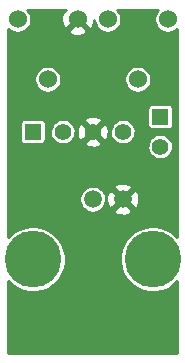
<source format=gbl>
G04 (created by PCBNEW (2013-jul-07)-stable) date Mon 27 Jan 2014 06:07:48 NZDT*
%MOIN*%
G04 Gerber Fmt 3.4, Leading zero omitted, Abs format*
%FSLAX34Y34*%
G01*
G70*
G90*
G04 APERTURE LIST*
%ADD10C,0.00590551*%
%ADD11C,0.188976*%
%ADD12C,0.0590551*%
%ADD13C,0.06*%
%ADD14R,0.055X0.055*%
%ADD15C,0.055*%
%ADD16C,0.01*%
G04 APERTURE END LIST*
G54D10*
G54D11*
X23000Y-14500D03*
X27000Y-14500D03*
G54D12*
X25000Y-12500D03*
X26000Y-12500D03*
G54D13*
X26500Y-8500D03*
X27500Y-6500D03*
X25500Y-6500D03*
X23500Y-8500D03*
X24500Y-6500D03*
X22500Y-6500D03*
G54D14*
X23000Y-10250D03*
G54D15*
X24000Y-10250D03*
X25000Y-10250D03*
X26000Y-10250D03*
G54D14*
X27250Y-9750D03*
G54D15*
X27250Y-10750D03*
G54D10*
G36*
X27820Y-17620D02*
X25445Y-17620D01*
X25445Y-12456D01*
X25428Y-12370D01*
X25395Y-12289D01*
X25346Y-12217D01*
X25291Y-12161D01*
X25291Y-10612D01*
X25000Y-10320D01*
X24929Y-10391D01*
X24929Y-10250D01*
X24637Y-9958D01*
X24545Y-9981D01*
X24502Y-10075D01*
X24477Y-10175D01*
X24473Y-10277D01*
X24488Y-10379D01*
X24523Y-10476D01*
X24545Y-10518D01*
X24637Y-10541D01*
X24929Y-10250D01*
X24929Y-10391D01*
X24708Y-10612D01*
X24731Y-10704D01*
X24825Y-10747D01*
X24925Y-10772D01*
X25027Y-10776D01*
X25129Y-10761D01*
X25226Y-10726D01*
X25268Y-10704D01*
X25291Y-10612D01*
X25291Y-12161D01*
X25285Y-12155D01*
X25212Y-12106D01*
X25132Y-12072D01*
X25046Y-12055D01*
X24959Y-12054D01*
X24873Y-12070D01*
X24792Y-12103D01*
X24719Y-12151D01*
X24657Y-12212D01*
X24607Y-12284D01*
X24573Y-12364D01*
X24555Y-12450D01*
X24554Y-12537D01*
X24569Y-12623D01*
X24602Y-12704D01*
X24649Y-12777D01*
X24710Y-12840D01*
X24781Y-12890D01*
X24861Y-12925D01*
X24947Y-12944D01*
X25034Y-12946D01*
X25120Y-12930D01*
X25201Y-12899D01*
X25275Y-12852D01*
X25338Y-12792D01*
X25389Y-12721D01*
X25424Y-12641D01*
X25443Y-12556D01*
X25445Y-12456D01*
X25445Y-17620D01*
X24425Y-17620D01*
X24425Y-10208D01*
X24408Y-10126D01*
X24377Y-10049D01*
X24330Y-9980D01*
X24272Y-9920D01*
X24203Y-9874D01*
X24126Y-9842D01*
X24044Y-9825D01*
X23961Y-9824D01*
X23950Y-9826D01*
X23950Y-8455D01*
X23932Y-8369D01*
X23899Y-8287D01*
X23850Y-8214D01*
X23788Y-8151D01*
X23715Y-8102D01*
X23633Y-8068D01*
X23547Y-8050D01*
X23459Y-8049D01*
X23372Y-8066D01*
X23290Y-8099D01*
X23216Y-8147D01*
X23153Y-8209D01*
X23103Y-8282D01*
X23068Y-8363D01*
X23050Y-8449D01*
X23049Y-8537D01*
X23065Y-8624D01*
X23097Y-8706D01*
X23145Y-8780D01*
X23206Y-8844D01*
X23279Y-8894D01*
X23360Y-8930D01*
X23446Y-8948D01*
X23534Y-8950D01*
X23621Y-8935D01*
X23703Y-8903D01*
X23778Y-8856D01*
X23842Y-8795D01*
X23893Y-8723D01*
X23929Y-8642D01*
X23948Y-8556D01*
X23950Y-8455D01*
X23950Y-9826D01*
X23879Y-9840D01*
X23802Y-9871D01*
X23732Y-9917D01*
X23672Y-9975D01*
X23625Y-10044D01*
X23592Y-10120D01*
X23575Y-10202D01*
X23574Y-10285D01*
X23589Y-10367D01*
X23620Y-10445D01*
X23665Y-10515D01*
X23723Y-10575D01*
X23791Y-10622D01*
X23868Y-10656D01*
X23949Y-10674D01*
X24032Y-10675D01*
X24114Y-10661D01*
X24192Y-10631D01*
X24262Y-10586D01*
X24323Y-10529D01*
X24371Y-10460D01*
X24405Y-10384D01*
X24423Y-10303D01*
X24425Y-10208D01*
X24425Y-17620D01*
X22179Y-17620D01*
X22179Y-15226D01*
X22286Y-15337D01*
X22463Y-15460D01*
X22660Y-15546D01*
X22869Y-15592D01*
X23084Y-15596D01*
X23295Y-15559D01*
X23496Y-15482D01*
X23677Y-15366D01*
X23832Y-15218D01*
X23956Y-15043D01*
X24043Y-14847D01*
X24091Y-14637D01*
X24094Y-14392D01*
X24053Y-14182D01*
X23971Y-13983D01*
X23852Y-13804D01*
X23701Y-13652D01*
X23523Y-13532D01*
X23425Y-13490D01*
X23425Y-10511D01*
X23425Y-9960D01*
X23419Y-9931D01*
X23408Y-9904D01*
X23391Y-9879D01*
X23371Y-9858D01*
X23346Y-9842D01*
X23319Y-9831D01*
X23290Y-9825D01*
X23261Y-9824D01*
X22710Y-9824D01*
X22681Y-9830D01*
X22654Y-9841D01*
X22629Y-9858D01*
X22608Y-9878D01*
X22592Y-9903D01*
X22581Y-9930D01*
X22575Y-9959D01*
X22574Y-9988D01*
X22574Y-10539D01*
X22580Y-10568D01*
X22591Y-10595D01*
X22608Y-10620D01*
X22628Y-10641D01*
X22653Y-10657D01*
X22680Y-10668D01*
X22709Y-10674D01*
X22738Y-10675D01*
X23289Y-10675D01*
X23318Y-10669D01*
X23345Y-10658D01*
X23370Y-10641D01*
X23391Y-10621D01*
X23407Y-10596D01*
X23418Y-10569D01*
X23424Y-10540D01*
X23425Y-10511D01*
X23425Y-13490D01*
X23325Y-13449D01*
X23115Y-13405D01*
X22900Y-13404D01*
X22689Y-13444D01*
X22490Y-13525D01*
X22310Y-13642D01*
X22179Y-13770D01*
X22179Y-6815D01*
X22206Y-6844D01*
X22279Y-6894D01*
X22360Y-6930D01*
X22446Y-6948D01*
X22534Y-6950D01*
X22621Y-6935D01*
X22703Y-6903D01*
X22778Y-6856D01*
X22842Y-6795D01*
X22893Y-6723D01*
X22929Y-6642D01*
X22948Y-6556D01*
X22950Y-6455D01*
X22932Y-6369D01*
X22899Y-6287D01*
X22850Y-6214D01*
X22815Y-6179D01*
X24108Y-6179D01*
X24119Y-6190D01*
X24025Y-6216D01*
X23979Y-6314D01*
X23953Y-6419D01*
X23947Y-6526D01*
X23963Y-6633D01*
X23999Y-6735D01*
X24025Y-6783D01*
X24119Y-6809D01*
X24429Y-6500D01*
X24423Y-6494D01*
X24494Y-6423D01*
X24500Y-6429D01*
X24505Y-6423D01*
X24576Y-6494D01*
X24570Y-6500D01*
X24880Y-6809D01*
X24974Y-6783D01*
X25020Y-6685D01*
X25046Y-6580D01*
X25049Y-6521D01*
X25049Y-6537D01*
X25065Y-6624D01*
X25097Y-6706D01*
X25145Y-6780D01*
X25206Y-6844D01*
X25279Y-6894D01*
X25360Y-6930D01*
X25446Y-6948D01*
X25534Y-6950D01*
X25621Y-6935D01*
X25703Y-6903D01*
X25778Y-6856D01*
X25842Y-6795D01*
X25893Y-6723D01*
X25929Y-6642D01*
X25948Y-6556D01*
X25950Y-6455D01*
X25932Y-6369D01*
X25899Y-6287D01*
X25850Y-6214D01*
X25815Y-6179D01*
X27184Y-6179D01*
X27153Y-6209D01*
X27103Y-6282D01*
X27068Y-6363D01*
X27050Y-6449D01*
X27049Y-6537D01*
X27065Y-6624D01*
X27097Y-6706D01*
X27145Y-6780D01*
X27206Y-6844D01*
X27279Y-6894D01*
X27360Y-6930D01*
X27446Y-6948D01*
X27534Y-6950D01*
X27621Y-6935D01*
X27703Y-6903D01*
X27778Y-6856D01*
X27820Y-6816D01*
X27820Y-13772D01*
X27701Y-13652D01*
X27675Y-13634D01*
X27675Y-10011D01*
X27675Y-9460D01*
X27669Y-9431D01*
X27658Y-9404D01*
X27641Y-9379D01*
X27621Y-9358D01*
X27596Y-9342D01*
X27569Y-9331D01*
X27540Y-9325D01*
X27511Y-9324D01*
X26960Y-9324D01*
X26950Y-9327D01*
X26950Y-8455D01*
X26932Y-8369D01*
X26899Y-8287D01*
X26850Y-8214D01*
X26788Y-8151D01*
X26715Y-8102D01*
X26633Y-8068D01*
X26547Y-8050D01*
X26459Y-8049D01*
X26372Y-8066D01*
X26290Y-8099D01*
X26216Y-8147D01*
X26153Y-8209D01*
X26103Y-8282D01*
X26068Y-8363D01*
X26050Y-8449D01*
X26049Y-8537D01*
X26065Y-8624D01*
X26097Y-8706D01*
X26145Y-8780D01*
X26206Y-8844D01*
X26279Y-8894D01*
X26360Y-8930D01*
X26446Y-8948D01*
X26534Y-8950D01*
X26621Y-8935D01*
X26703Y-8903D01*
X26778Y-8856D01*
X26842Y-8795D01*
X26893Y-8723D01*
X26929Y-8642D01*
X26948Y-8556D01*
X26950Y-8455D01*
X26950Y-9327D01*
X26931Y-9330D01*
X26904Y-9341D01*
X26879Y-9358D01*
X26858Y-9378D01*
X26842Y-9403D01*
X26831Y-9430D01*
X26825Y-9459D01*
X26824Y-9488D01*
X26824Y-10039D01*
X26830Y-10068D01*
X26841Y-10095D01*
X26858Y-10120D01*
X26878Y-10141D01*
X26903Y-10157D01*
X26930Y-10168D01*
X26959Y-10174D01*
X26988Y-10175D01*
X27539Y-10175D01*
X27568Y-10169D01*
X27595Y-10158D01*
X27620Y-10141D01*
X27641Y-10121D01*
X27657Y-10096D01*
X27668Y-10069D01*
X27674Y-10040D01*
X27675Y-10011D01*
X27675Y-13634D01*
X27675Y-13634D01*
X27675Y-10708D01*
X27658Y-10626D01*
X27627Y-10549D01*
X27580Y-10480D01*
X27522Y-10420D01*
X27453Y-10374D01*
X27376Y-10342D01*
X27294Y-10325D01*
X27211Y-10324D01*
X27129Y-10340D01*
X27052Y-10371D01*
X26982Y-10417D01*
X26922Y-10475D01*
X26875Y-10544D01*
X26842Y-10620D01*
X26825Y-10702D01*
X26824Y-10785D01*
X26839Y-10867D01*
X26870Y-10945D01*
X26915Y-11015D01*
X26973Y-11075D01*
X27041Y-11122D01*
X27118Y-11156D01*
X27199Y-11174D01*
X27282Y-11175D01*
X27364Y-11161D01*
X27442Y-11131D01*
X27512Y-11086D01*
X27573Y-11029D01*
X27621Y-10960D01*
X27655Y-10884D01*
X27673Y-10803D01*
X27675Y-10708D01*
X27675Y-13634D01*
X27523Y-13532D01*
X27325Y-13449D01*
X27115Y-13405D01*
X26900Y-13404D01*
X26689Y-13444D01*
X26547Y-13502D01*
X26547Y-12472D01*
X26531Y-12367D01*
X26495Y-12266D01*
X26470Y-12219D01*
X26425Y-12207D01*
X26425Y-10208D01*
X26408Y-10126D01*
X26377Y-10049D01*
X26330Y-9980D01*
X26272Y-9920D01*
X26203Y-9874D01*
X26126Y-9842D01*
X26044Y-9825D01*
X25961Y-9824D01*
X25879Y-9840D01*
X25802Y-9871D01*
X25732Y-9917D01*
X25672Y-9975D01*
X25625Y-10044D01*
X25592Y-10120D01*
X25575Y-10202D01*
X25574Y-10285D01*
X25589Y-10367D01*
X25620Y-10445D01*
X25665Y-10515D01*
X25723Y-10575D01*
X25791Y-10622D01*
X25868Y-10656D01*
X25949Y-10674D01*
X26032Y-10675D01*
X26114Y-10661D01*
X26192Y-10631D01*
X26262Y-10586D01*
X26323Y-10529D01*
X26371Y-10460D01*
X26405Y-10384D01*
X26423Y-10303D01*
X26425Y-10208D01*
X26425Y-12207D01*
X26376Y-12193D01*
X26306Y-12264D01*
X26306Y-12123D01*
X26280Y-12029D01*
X26183Y-11983D01*
X26079Y-11957D01*
X25972Y-11952D01*
X25867Y-11968D01*
X25766Y-12004D01*
X25719Y-12029D01*
X25693Y-12123D01*
X26000Y-12429D01*
X26306Y-12123D01*
X26306Y-12264D01*
X26070Y-12500D01*
X26376Y-12806D01*
X26470Y-12780D01*
X26516Y-12683D01*
X26542Y-12579D01*
X26547Y-12472D01*
X26547Y-13502D01*
X26490Y-13525D01*
X26310Y-13642D01*
X26306Y-13647D01*
X26306Y-12876D01*
X26000Y-12570D01*
X25929Y-12641D01*
X25929Y-12500D01*
X25623Y-12193D01*
X25529Y-12219D01*
X25526Y-12224D01*
X25526Y-10222D01*
X25511Y-10120D01*
X25476Y-10023D01*
X25454Y-9981D01*
X25362Y-9958D01*
X25291Y-10029D01*
X25291Y-9887D01*
X25268Y-9795D01*
X25174Y-9752D01*
X25074Y-9727D01*
X24972Y-9723D01*
X24870Y-9738D01*
X24809Y-9760D01*
X24809Y-6880D01*
X24500Y-6570D01*
X24429Y-6641D01*
X24190Y-6880D01*
X24216Y-6974D01*
X24314Y-7020D01*
X24419Y-7046D01*
X24526Y-7052D01*
X24633Y-7036D01*
X24735Y-7000D01*
X24783Y-6974D01*
X24809Y-6880D01*
X24809Y-9760D01*
X24773Y-9773D01*
X24731Y-9795D01*
X24708Y-9887D01*
X25000Y-10179D01*
X25291Y-9887D01*
X25291Y-10029D01*
X25070Y-10250D01*
X25362Y-10541D01*
X25454Y-10518D01*
X25497Y-10424D01*
X25522Y-10324D01*
X25526Y-10222D01*
X25526Y-12224D01*
X25483Y-12316D01*
X25457Y-12420D01*
X25452Y-12527D01*
X25468Y-12632D01*
X25504Y-12733D01*
X25529Y-12780D01*
X25623Y-12806D01*
X25929Y-12500D01*
X25929Y-12641D01*
X25693Y-12876D01*
X25719Y-12970D01*
X25816Y-13016D01*
X25920Y-13042D01*
X26027Y-13047D01*
X26132Y-13031D01*
X26233Y-12995D01*
X26280Y-12970D01*
X26306Y-12876D01*
X26306Y-13647D01*
X26157Y-13792D01*
X26035Y-13969D01*
X25951Y-14167D01*
X25906Y-14377D01*
X25903Y-14592D01*
X25942Y-14803D01*
X26021Y-15002D01*
X26137Y-15183D01*
X26286Y-15337D01*
X26463Y-15460D01*
X26660Y-15546D01*
X26869Y-15592D01*
X27084Y-15596D01*
X27295Y-15559D01*
X27496Y-15482D01*
X27677Y-15366D01*
X27820Y-15230D01*
X27820Y-17620D01*
X27820Y-17620D01*
G37*
G54D16*
X27820Y-17620D02*
X25445Y-17620D01*
X25445Y-12456D01*
X25428Y-12370D01*
X25395Y-12289D01*
X25346Y-12217D01*
X25291Y-12161D01*
X25291Y-10612D01*
X25000Y-10320D01*
X24929Y-10391D01*
X24929Y-10250D01*
X24637Y-9958D01*
X24545Y-9981D01*
X24502Y-10075D01*
X24477Y-10175D01*
X24473Y-10277D01*
X24488Y-10379D01*
X24523Y-10476D01*
X24545Y-10518D01*
X24637Y-10541D01*
X24929Y-10250D01*
X24929Y-10391D01*
X24708Y-10612D01*
X24731Y-10704D01*
X24825Y-10747D01*
X24925Y-10772D01*
X25027Y-10776D01*
X25129Y-10761D01*
X25226Y-10726D01*
X25268Y-10704D01*
X25291Y-10612D01*
X25291Y-12161D01*
X25285Y-12155D01*
X25212Y-12106D01*
X25132Y-12072D01*
X25046Y-12055D01*
X24959Y-12054D01*
X24873Y-12070D01*
X24792Y-12103D01*
X24719Y-12151D01*
X24657Y-12212D01*
X24607Y-12284D01*
X24573Y-12364D01*
X24555Y-12450D01*
X24554Y-12537D01*
X24569Y-12623D01*
X24602Y-12704D01*
X24649Y-12777D01*
X24710Y-12840D01*
X24781Y-12890D01*
X24861Y-12925D01*
X24947Y-12944D01*
X25034Y-12946D01*
X25120Y-12930D01*
X25201Y-12899D01*
X25275Y-12852D01*
X25338Y-12792D01*
X25389Y-12721D01*
X25424Y-12641D01*
X25443Y-12556D01*
X25445Y-12456D01*
X25445Y-17620D01*
X24425Y-17620D01*
X24425Y-10208D01*
X24408Y-10126D01*
X24377Y-10049D01*
X24330Y-9980D01*
X24272Y-9920D01*
X24203Y-9874D01*
X24126Y-9842D01*
X24044Y-9825D01*
X23961Y-9824D01*
X23950Y-9826D01*
X23950Y-8455D01*
X23932Y-8369D01*
X23899Y-8287D01*
X23850Y-8214D01*
X23788Y-8151D01*
X23715Y-8102D01*
X23633Y-8068D01*
X23547Y-8050D01*
X23459Y-8049D01*
X23372Y-8066D01*
X23290Y-8099D01*
X23216Y-8147D01*
X23153Y-8209D01*
X23103Y-8282D01*
X23068Y-8363D01*
X23050Y-8449D01*
X23049Y-8537D01*
X23065Y-8624D01*
X23097Y-8706D01*
X23145Y-8780D01*
X23206Y-8844D01*
X23279Y-8894D01*
X23360Y-8930D01*
X23446Y-8948D01*
X23534Y-8950D01*
X23621Y-8935D01*
X23703Y-8903D01*
X23778Y-8856D01*
X23842Y-8795D01*
X23893Y-8723D01*
X23929Y-8642D01*
X23948Y-8556D01*
X23950Y-8455D01*
X23950Y-9826D01*
X23879Y-9840D01*
X23802Y-9871D01*
X23732Y-9917D01*
X23672Y-9975D01*
X23625Y-10044D01*
X23592Y-10120D01*
X23575Y-10202D01*
X23574Y-10285D01*
X23589Y-10367D01*
X23620Y-10445D01*
X23665Y-10515D01*
X23723Y-10575D01*
X23791Y-10622D01*
X23868Y-10656D01*
X23949Y-10674D01*
X24032Y-10675D01*
X24114Y-10661D01*
X24192Y-10631D01*
X24262Y-10586D01*
X24323Y-10529D01*
X24371Y-10460D01*
X24405Y-10384D01*
X24423Y-10303D01*
X24425Y-10208D01*
X24425Y-17620D01*
X22179Y-17620D01*
X22179Y-15226D01*
X22286Y-15337D01*
X22463Y-15460D01*
X22660Y-15546D01*
X22869Y-15592D01*
X23084Y-15596D01*
X23295Y-15559D01*
X23496Y-15482D01*
X23677Y-15366D01*
X23832Y-15218D01*
X23956Y-15043D01*
X24043Y-14847D01*
X24091Y-14637D01*
X24094Y-14392D01*
X24053Y-14182D01*
X23971Y-13983D01*
X23852Y-13804D01*
X23701Y-13652D01*
X23523Y-13532D01*
X23425Y-13490D01*
X23425Y-10511D01*
X23425Y-9960D01*
X23419Y-9931D01*
X23408Y-9904D01*
X23391Y-9879D01*
X23371Y-9858D01*
X23346Y-9842D01*
X23319Y-9831D01*
X23290Y-9825D01*
X23261Y-9824D01*
X22710Y-9824D01*
X22681Y-9830D01*
X22654Y-9841D01*
X22629Y-9858D01*
X22608Y-9878D01*
X22592Y-9903D01*
X22581Y-9930D01*
X22575Y-9959D01*
X22574Y-9988D01*
X22574Y-10539D01*
X22580Y-10568D01*
X22591Y-10595D01*
X22608Y-10620D01*
X22628Y-10641D01*
X22653Y-10657D01*
X22680Y-10668D01*
X22709Y-10674D01*
X22738Y-10675D01*
X23289Y-10675D01*
X23318Y-10669D01*
X23345Y-10658D01*
X23370Y-10641D01*
X23391Y-10621D01*
X23407Y-10596D01*
X23418Y-10569D01*
X23424Y-10540D01*
X23425Y-10511D01*
X23425Y-13490D01*
X23325Y-13449D01*
X23115Y-13405D01*
X22900Y-13404D01*
X22689Y-13444D01*
X22490Y-13525D01*
X22310Y-13642D01*
X22179Y-13770D01*
X22179Y-6815D01*
X22206Y-6844D01*
X22279Y-6894D01*
X22360Y-6930D01*
X22446Y-6948D01*
X22534Y-6950D01*
X22621Y-6935D01*
X22703Y-6903D01*
X22778Y-6856D01*
X22842Y-6795D01*
X22893Y-6723D01*
X22929Y-6642D01*
X22948Y-6556D01*
X22950Y-6455D01*
X22932Y-6369D01*
X22899Y-6287D01*
X22850Y-6214D01*
X22815Y-6179D01*
X24108Y-6179D01*
X24119Y-6190D01*
X24025Y-6216D01*
X23979Y-6314D01*
X23953Y-6419D01*
X23947Y-6526D01*
X23963Y-6633D01*
X23999Y-6735D01*
X24025Y-6783D01*
X24119Y-6809D01*
X24429Y-6500D01*
X24423Y-6494D01*
X24494Y-6423D01*
X24500Y-6429D01*
X24505Y-6423D01*
X24576Y-6494D01*
X24570Y-6500D01*
X24880Y-6809D01*
X24974Y-6783D01*
X25020Y-6685D01*
X25046Y-6580D01*
X25049Y-6521D01*
X25049Y-6537D01*
X25065Y-6624D01*
X25097Y-6706D01*
X25145Y-6780D01*
X25206Y-6844D01*
X25279Y-6894D01*
X25360Y-6930D01*
X25446Y-6948D01*
X25534Y-6950D01*
X25621Y-6935D01*
X25703Y-6903D01*
X25778Y-6856D01*
X25842Y-6795D01*
X25893Y-6723D01*
X25929Y-6642D01*
X25948Y-6556D01*
X25950Y-6455D01*
X25932Y-6369D01*
X25899Y-6287D01*
X25850Y-6214D01*
X25815Y-6179D01*
X27184Y-6179D01*
X27153Y-6209D01*
X27103Y-6282D01*
X27068Y-6363D01*
X27050Y-6449D01*
X27049Y-6537D01*
X27065Y-6624D01*
X27097Y-6706D01*
X27145Y-6780D01*
X27206Y-6844D01*
X27279Y-6894D01*
X27360Y-6930D01*
X27446Y-6948D01*
X27534Y-6950D01*
X27621Y-6935D01*
X27703Y-6903D01*
X27778Y-6856D01*
X27820Y-6816D01*
X27820Y-13772D01*
X27701Y-13652D01*
X27675Y-13634D01*
X27675Y-10011D01*
X27675Y-9460D01*
X27669Y-9431D01*
X27658Y-9404D01*
X27641Y-9379D01*
X27621Y-9358D01*
X27596Y-9342D01*
X27569Y-9331D01*
X27540Y-9325D01*
X27511Y-9324D01*
X26960Y-9324D01*
X26950Y-9327D01*
X26950Y-8455D01*
X26932Y-8369D01*
X26899Y-8287D01*
X26850Y-8214D01*
X26788Y-8151D01*
X26715Y-8102D01*
X26633Y-8068D01*
X26547Y-8050D01*
X26459Y-8049D01*
X26372Y-8066D01*
X26290Y-8099D01*
X26216Y-8147D01*
X26153Y-8209D01*
X26103Y-8282D01*
X26068Y-8363D01*
X26050Y-8449D01*
X26049Y-8537D01*
X26065Y-8624D01*
X26097Y-8706D01*
X26145Y-8780D01*
X26206Y-8844D01*
X26279Y-8894D01*
X26360Y-8930D01*
X26446Y-8948D01*
X26534Y-8950D01*
X26621Y-8935D01*
X26703Y-8903D01*
X26778Y-8856D01*
X26842Y-8795D01*
X26893Y-8723D01*
X26929Y-8642D01*
X26948Y-8556D01*
X26950Y-8455D01*
X26950Y-9327D01*
X26931Y-9330D01*
X26904Y-9341D01*
X26879Y-9358D01*
X26858Y-9378D01*
X26842Y-9403D01*
X26831Y-9430D01*
X26825Y-9459D01*
X26824Y-9488D01*
X26824Y-10039D01*
X26830Y-10068D01*
X26841Y-10095D01*
X26858Y-10120D01*
X26878Y-10141D01*
X26903Y-10157D01*
X26930Y-10168D01*
X26959Y-10174D01*
X26988Y-10175D01*
X27539Y-10175D01*
X27568Y-10169D01*
X27595Y-10158D01*
X27620Y-10141D01*
X27641Y-10121D01*
X27657Y-10096D01*
X27668Y-10069D01*
X27674Y-10040D01*
X27675Y-10011D01*
X27675Y-13634D01*
X27675Y-13634D01*
X27675Y-10708D01*
X27658Y-10626D01*
X27627Y-10549D01*
X27580Y-10480D01*
X27522Y-10420D01*
X27453Y-10374D01*
X27376Y-10342D01*
X27294Y-10325D01*
X27211Y-10324D01*
X27129Y-10340D01*
X27052Y-10371D01*
X26982Y-10417D01*
X26922Y-10475D01*
X26875Y-10544D01*
X26842Y-10620D01*
X26825Y-10702D01*
X26824Y-10785D01*
X26839Y-10867D01*
X26870Y-10945D01*
X26915Y-11015D01*
X26973Y-11075D01*
X27041Y-11122D01*
X27118Y-11156D01*
X27199Y-11174D01*
X27282Y-11175D01*
X27364Y-11161D01*
X27442Y-11131D01*
X27512Y-11086D01*
X27573Y-11029D01*
X27621Y-10960D01*
X27655Y-10884D01*
X27673Y-10803D01*
X27675Y-10708D01*
X27675Y-13634D01*
X27523Y-13532D01*
X27325Y-13449D01*
X27115Y-13405D01*
X26900Y-13404D01*
X26689Y-13444D01*
X26547Y-13502D01*
X26547Y-12472D01*
X26531Y-12367D01*
X26495Y-12266D01*
X26470Y-12219D01*
X26425Y-12207D01*
X26425Y-10208D01*
X26408Y-10126D01*
X26377Y-10049D01*
X26330Y-9980D01*
X26272Y-9920D01*
X26203Y-9874D01*
X26126Y-9842D01*
X26044Y-9825D01*
X25961Y-9824D01*
X25879Y-9840D01*
X25802Y-9871D01*
X25732Y-9917D01*
X25672Y-9975D01*
X25625Y-10044D01*
X25592Y-10120D01*
X25575Y-10202D01*
X25574Y-10285D01*
X25589Y-10367D01*
X25620Y-10445D01*
X25665Y-10515D01*
X25723Y-10575D01*
X25791Y-10622D01*
X25868Y-10656D01*
X25949Y-10674D01*
X26032Y-10675D01*
X26114Y-10661D01*
X26192Y-10631D01*
X26262Y-10586D01*
X26323Y-10529D01*
X26371Y-10460D01*
X26405Y-10384D01*
X26423Y-10303D01*
X26425Y-10208D01*
X26425Y-12207D01*
X26376Y-12193D01*
X26306Y-12264D01*
X26306Y-12123D01*
X26280Y-12029D01*
X26183Y-11983D01*
X26079Y-11957D01*
X25972Y-11952D01*
X25867Y-11968D01*
X25766Y-12004D01*
X25719Y-12029D01*
X25693Y-12123D01*
X26000Y-12429D01*
X26306Y-12123D01*
X26306Y-12264D01*
X26070Y-12500D01*
X26376Y-12806D01*
X26470Y-12780D01*
X26516Y-12683D01*
X26542Y-12579D01*
X26547Y-12472D01*
X26547Y-13502D01*
X26490Y-13525D01*
X26310Y-13642D01*
X26306Y-13647D01*
X26306Y-12876D01*
X26000Y-12570D01*
X25929Y-12641D01*
X25929Y-12500D01*
X25623Y-12193D01*
X25529Y-12219D01*
X25526Y-12224D01*
X25526Y-10222D01*
X25511Y-10120D01*
X25476Y-10023D01*
X25454Y-9981D01*
X25362Y-9958D01*
X25291Y-10029D01*
X25291Y-9887D01*
X25268Y-9795D01*
X25174Y-9752D01*
X25074Y-9727D01*
X24972Y-9723D01*
X24870Y-9738D01*
X24809Y-9760D01*
X24809Y-6880D01*
X24500Y-6570D01*
X24429Y-6641D01*
X24190Y-6880D01*
X24216Y-6974D01*
X24314Y-7020D01*
X24419Y-7046D01*
X24526Y-7052D01*
X24633Y-7036D01*
X24735Y-7000D01*
X24783Y-6974D01*
X24809Y-6880D01*
X24809Y-9760D01*
X24773Y-9773D01*
X24731Y-9795D01*
X24708Y-9887D01*
X25000Y-10179D01*
X25291Y-9887D01*
X25291Y-10029D01*
X25070Y-10250D01*
X25362Y-10541D01*
X25454Y-10518D01*
X25497Y-10424D01*
X25522Y-10324D01*
X25526Y-10222D01*
X25526Y-12224D01*
X25483Y-12316D01*
X25457Y-12420D01*
X25452Y-12527D01*
X25468Y-12632D01*
X25504Y-12733D01*
X25529Y-12780D01*
X25623Y-12806D01*
X25929Y-12500D01*
X25929Y-12641D01*
X25693Y-12876D01*
X25719Y-12970D01*
X25816Y-13016D01*
X25920Y-13042D01*
X26027Y-13047D01*
X26132Y-13031D01*
X26233Y-12995D01*
X26280Y-12970D01*
X26306Y-12876D01*
X26306Y-13647D01*
X26157Y-13792D01*
X26035Y-13969D01*
X25951Y-14167D01*
X25906Y-14377D01*
X25903Y-14592D01*
X25942Y-14803D01*
X26021Y-15002D01*
X26137Y-15183D01*
X26286Y-15337D01*
X26463Y-15460D01*
X26660Y-15546D01*
X26869Y-15592D01*
X27084Y-15596D01*
X27295Y-15559D01*
X27496Y-15482D01*
X27677Y-15366D01*
X27820Y-15230D01*
X27820Y-17620D01*
M02*

</source>
